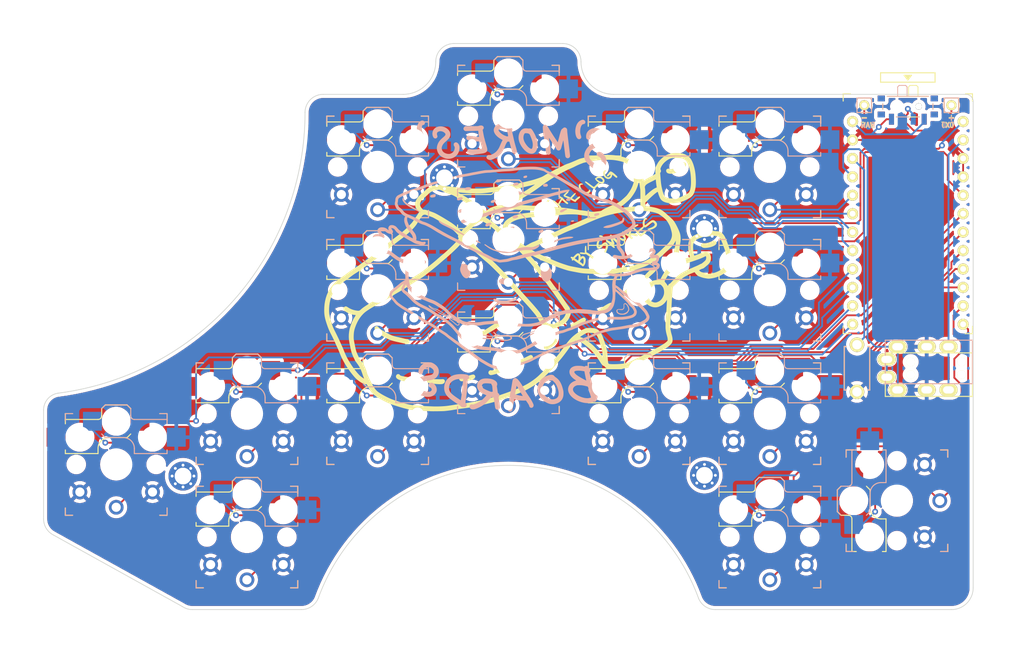
<source format=kicad_pcb>
(kicad_pcb (version 20211014) (generator pcbnew)
  (layers (0 "F.Cu" signal) (31 "B.Cu" signal) (34 "B.Paste" user) (35 "F.Paste" user) (36 "B.SilkS" user "B.Silkscreen") (37 "F.SilkS" user "F.Silkscreen") (38 "B.Mask" user) (39 "F.Mask" user) (44 "Edge.Cuts" user))
  (net 0 "")
  (net 1 "bat+")
  (net 2 "gnd")
  (net 3 "K0")
  (net 4 "K5")
  (net 5 "K10")
  (net 6 "K1")
  (net 7 "K6")
  (net 8 "K11")
  (net 9 "K2")
  (net 10 "K7")
  (net 11 "K12")
  (net 12 "K3")
  (net 13 "K8")
  (net 14 "K13")
  (net 15 "K15")
  (net 16 "K4")
  (net 17 "K9")
  (net 18 "K14")
  (net 19 "K16")
  (net 20 "reset")
  (net 22 "raw")
  (net 23 "vcc")
  (net 24 "unconnected-(J0-PadA)")
  (net 26 "K17")
  (footprint "keyswitches:Kailh_socket_PG1350_optional_reversible" (layer "F.Cu") (at 158 73)
    (fp_text reference "SW7" hide)
    (fp_text value "SW_Push" hide)
  )
  (footprint "kbd:ProMicro_v3.5" (layer "F.Cu") (at 195 81.225)
    (fp_text reference "U1" hide)
    (fp_text value "ProMicro_r" hide)
  )
  (footprint "keyswitches:Kailh_socket_PG1350_optional_reversible" (layer "F.Cu") (at 86 114)
    (fp_text reference "SW14" hide)
    (fp_text value "SW_Push" hide)
  )
  (footprint "keyswitches:Kailh_socket_PG1350_optional_reversible" (layer "F.Cu") (at 140 66)
    (fp_text reference "SW4" hide)
    (fp_text value "SW_Push" hide)
  )
  (footprint "keyswitches:Kailh_socket_PG1350_optional_reversible" (layer "F.Cu") (at 122 107)
    (fp_text reference "SW6" hide)
    (fp_text value "SW_Push" hide)
  )
  (footprint "kbd:M2_HOLE_v3" (layer "F.Cu") (at 167 115.5)
    (fp_text reference "Ref**" hide)
    (fp_text value "Val**" hide)
  )
  (footprint "kbd:ResetSW" (layer "F.Cu") (at 188 100.75 90)
    (fp_text reference "SW18" hide)
    (fp_text value "SW_Push" hide)
  )
  (footprint "keyswitches:Kailh_socket_PG1350_optional_reversible" (layer "F.Cu") (at 193.5 119 90)
    (fp_text reference "SW17" hide)
    (fp_text value "SW_Push" hide)
  )
  (footprint "keyswitches:Kailh_socket_PG1350_optional_reversible" (layer "F.Cu") (at 122 90)
    (fp_text reference "SW5" hide)
    (fp_text value "SW_Push" hide)
  )
  (footprint "keyswitches:Kailh_socket_PG1350_optional_reversible" (layer "F.Cu") (at 176 107)
    (fp_text reference "SW16" hide)
    (fp_text value "SW_Push" hide)
  )
  (footprint "keyswitches:Kailh_socket_PG1350_optional_reversible" (layer "F.Cu") (at 140 100)
    (fp_text reference "SW9" hide)
    (fp_text value "SW_Push" hide)
  )
  (footprint "keyswitches:Kailh_socket_PG1350_optional_reversible" (layer "F.Cu") (at 158 90)
    (fp_text reference "SW11" hide)
    (fp_text value "SW_Push" hide)
  )
  (footprint "kbd:1pin_conn" (layer "F.Cu") (at 189 64.5)
    (fp_text reference "-")
    (fp_text value "MountingHole_Pad" hide)
  )
  (footprint "kbd:M2_HOLE_v3" (layer "F.Cu") (at 131.2 74.5)
    (fp_text reference "Ref**" hide)
    (fp_text value "Val**" hide)
  )
  (footprint "kbd:MJ-4PP-9" (layer "F.Cu") (at 203.9 101.625 -90)
    (fp_text reference "J0" hide)
    (fp_text value "AudioJack4dpb" hide)
  )
  (footprint "kbd:1pin_conn" (layer "F.Cu") (at 201 64.5)
    (fp_text reference "+")
    (fp_text value "MountingHole_Pad" hide)
  )
  (footprint "keyswitches:Kailh_socket_PG1350_optional_reversible" (layer "F.Cu") (at 158 107)
    (fp_text reference "SW12" hide)
    (fp_text value "SW_Push" hide)
  )
  (footprint "Button_Switch_SMD:SW_SPDT_PCM12" (layer "F.Cu") (at 195 65 180)
    (fp_text reference "SW19" hide)
    (fp_text value "SW_SPDT" hide)
  )
  (footprint "keyswitches:Kailh_socket_PG1350_optional_reversible" (layer "F.Cu") (at 104 107)
    (fp_text reference "SW2" hide)
    (fp_text value "SW_Push" hide)
  )
  (footprint "kbd:M2_HOLE_v3" (layer "F.Cu") (at 95.2 115.6)
    (fp_text reference "Ref**" hide)
    (fp_text value "Val**" hide)
  )
  (footprint "keyswitches:Kailh_socket_PG1350_optional_reversible" (layer "F.Cu") (at 140 83)
    (fp_text reference "SW8" hide)
    (fp_text value "SW_Push" hide)
  )
  (footprint "keyswitches:Kailh_socket_PG1350_optional_reversible" (layer "F.Cu") (at 176 90)
    (fp_text reference "SW15" hide)
    (fp_text value "SW_Push" hide)
  )
  (footprint "keyswitches:Kailh_socket_PG1350_optional_reversible" (layer "F.Cu") (at 104 124)
    (fp_text reference "SW3" hide)
    (fp_text value "SW_Push" hide)
  )
  (footprint "keyswitches:Kailh_socket_PG1350_optional_reversible" (layer "F.Cu") (at 122 73)
    (fp_text reference "SW1" hide)
    (fp_text value "SW_Push" hide)
  )
  (footprint "kbd:M2_HOLE_v3" (layer "F.Cu") (at 167 81.5)
    (fp_text reference "Ref**" hide)
    (fp_text value "Val**" hide)
  )
  (footprint "keyswitches:Kailh_socket_PG1350_optional_reversible" (layer "F.Cu") (at 176 124)
    (fp_text reference "SW13" hide)
    (fp_text value "SW_Push" hide)
  )
  (footprint "keyswitches:Kailh_socket_PG1350_optional_reversible" (layer "F.Cu") (at 176 73)
    (fp_text reference "SW10" hide)
    (fp_text value "SW_Push" hide)
  )
  (footprint "art:clogs" (layer "F.Cu") (at 145.3 85.55)
    (fp_text reference "G***" hide)
    (fp_text value "LOGO" hide)
  )
  (footprint "art:smores" (layer "B.Cu") (at 141.9 88.15 180)
    (fp_text reference "G***" hide)
    (fp_text value "LOGO" hide)
  )
  (footprint "Button_Switch_SMD:SW_SPDT_PCM12" (layer "B.Cu") (at 195 65)
    (fp_text reference "SW20" hide)
    (fp_text value "SW_SPDT" hide)
  )
  (gr_arc (start 113.821194 132.428477) (mid 112.901573 133.570168) (end 111.5 134) (layer "Edge.Cuts") (width 0.1))
  (gr_line (start 147.5 56) (end 132.5 56) (layer "Edge.Cuts") (width 0.1))
  (gr_arc (start 112 65.5) (mid 102.288602 91.252239) (end 77.990882 104.179337) (layer "Edge.Cuts") (width 0.1))
  (gr_arc (start 113.821193 132.428477) (mid 140.004541 114.126285) (end 166.181924 132.437007) (layer "Edge.Cuts") (width 0.1))
  (gr_line (start 95.11325 133.580126) (end 77.381966 123.736068) (layer "Edge.Cuts") (width 0.1))
  (gr_arc (start 77.381966 123.736068) (mid 76.373373 122.814328) (end 76 121.5) (layer "Edge.Cuts") (width 0.1))
  (gr_arc (start 147.5 56) (mid 149.267767 56.732233) (end 150 58.5) (layer "Edge.Cuts") (width 0.1))
  (gr_arc (start 96.5 134) (mid 95.77554 133.89273) (end 95.11325 133.580126) (layer "Edge.Cuts") (width 0.1))
  (gr_arc (start 130 58.5) (mid 128.681981 61.681981) (end 125.5 63) (layer "Edge.Cuts") (width 0.1))
  (gr_arc (start 112 65.5) (mid 112.732233 63.732233) (end 114.5 63) (layer "Edge.Cuts") (width 0.1))
  (gr_arc (start 130 58.5) (mid 130.732233 56.732233) (end 132.5 56) (layer "Edge.Cuts") (width 0.1))
  (gr_arc (start 203 63) (mid 203.707107 63.292893) (end 204 64) (layer "Edge.Cuts") (width 0.1))
  (gr_line (start 203 63) (end 154.5 63) (layer "Edge.Cuts") (width 0.1))
  (gr_line (start 204 64) (end 204 131) (layer "Edge.Cuts") (width 0.1))
  (gr_arc (start 76 106.5) (mid 76.565921 104.971186) (end 77.990882 104.179337) (layer "Edge.Cuts") (width 0.1))
  (gr_line (start 125.5 63) (end 114.5 63) (layer "Edge.Cuts") (width 0.1))
  (gr_arc (start 204 131) (mid 203.12132 133.12132) (end 201 134) (layer "Edge.Cuts") (width 0.1))
  (gr_line (start 96.5 134) (end 111.5 134) (layer "Edge.Cuts") (width 0.1))
  (gr_line (start 76 106.5) (end 76 121.5) (layer "Edge.Cuts") (width 0.1))
  (gr_arc (start 154.5 63) (mid 151.318019 61.681981) (end 150 58.5) (layer "Edge.Cuts") (width 0.1))
  (gr_line (start 168.5 134) (end 201 134) (layer "Edge.Cuts") (width 0.1))
  (gr_arc (start 168.5 134) (mid 167.102107 133.57275) (end 166.181924 132.437007) (layer "Edge.Cuts") (width 0.1))
  (gr_text "+" (at 201 66.25) (layer "B.SilkS") (effects (font (size 0.8128 0.8128)) (justify mirror)))
  (gr_text "-" (at 189 66.25) (layer "B.SilkS") (effects (font (size 0.8128 0.8128)) (justify mirror)))
  (gr_text "RAW" (at 189.5 67.25) (layer "B.SilkS") (effects (font (size 0.75 0.67) (thickness 0.125)) (justify mirror)))
  (gr_text "TX0" (at 200.492838 67.235676) (layer "F.SilkS") (effects (font (size 0.75 0.67) (thickness 0.125))))
  (segment (start 201 64.5) (end 201 65.5) (width 0.25) (layer "F.Cu") (net 1))
  (segment (start 195 65.68) (end 194.25 66.43) (width 0.25) (layer "F.Cu") (net 1))
  (segment (start 195.82 68) (end 194.25 66.43) (width 0.25) (layer "F.Cu") (net 1))
  (segment (start 195 65) (end 195 65.68) (width 0.25) (layer "F.Cu") (net 1))
  (segment (start 198.5 68) (end 195.82 68) (width 0.25) (layer "F.Cu") (net 1))
  (segment (start 201 65.5) (end 198.5 68) (width 0.25) (layer "F.Cu") (net 1))
  (via (at 195 65) (size 0.8) (drill 0.4) (layers "F.Cu" "B.Cu") (net 1))
  (segment (start 195.75 65.75) (end 195 65) (width 0.25) (layer "B.Cu") (net 1))
  (segment (start 195.75 66.43) (end 195.75 65.75) (width 0.25) (layer "B.Cu") (net 1))
  (segment (start 171.7 93.8) (end 171 93.8) (width 0.25) (layer "F.Cu") (net 2))
  (segment (start 171.7 110.8) (end 171 110.8) (width 0.25) (layer "F.Cu") (net 2))
  (segment (start 202.6114 71.1114) (end 202.6114 71.827) (width 0.25) (layer "F.Cu") (net 2))
  (segment (start 149.725 103.25) (end 149.75 103.25) (width 0.25) (layer "F.Cu") (net 2))
  (segment (start 113.725 86.25) (end 113.75 86.25) (width 0.25) (layer "F.Cu") (net 2))
  (segment (start 187.3914 69.287) (end 200.787 69.287) (width 0.25) (layer "F.Cu") (net 2))
  (segment (start 202.6114 71.827) (end 202.6114 74.367) (width 0.25) (layer "F.Cu") (net 2))
  (segment (start 187.3914 69.287) (end 189 67.6784) (width 0.25) (layer "F.Cu") (net 2))
  (segment (start 200.787 69.287) (end 202.6114 71.1114) (width 0.25) (layer "F.Cu") (net 2))
  (segment (start 95.725 120.25) (end 95.75 120.25) (width 0.25) (layer "F.Cu") (net 2))
  (segment (start 77.725 110.25) (end 77.75 110.25) (width 0.25) (layer "F.Cu") (net 2))
  (segment (start 171.7 127.8) (end 171 127.8) (width 0.25) (layer "F.Cu") (net 2))
  (segment (start 189 67.6784) (end 189 64.5) (width 0.25) (layer "F.Cu") (net 2))
  (segment (start 202.6114 71.6114) (end 202.6114 71.827) (width 0.25) (layer "B.Cu") (net 2))
  (segment (start 184.275 120.25) (end 184.25 120.25) (width 0.25) (layer "B.Cu") (net 2))
  (segment (start 162.3 93.8) (end 163 93.8) (width 0.25) (layer "B.Cu") (net 2))
  (segment (start 180.3 93.8) (end 181 93.8) (width 0.25) (layer "B.Cu") (net 2))
  (segment (start 184.275 103.25) (end 184.275 103.725) (width 0.25) (layer "B.Cu") (net 2))
  (segment (start 124.5 76.4) (end 124.5 67.825) (width 0.25) (layer "F.Cu") (net 3))
  (segment (start 122 78.9) (end 124.5 76.4) (width 0.25) (layer "F.Cu") (net 3))
  (segment (start 125.275 67.05) (end 122.325 70) (width 0.25) (layer "F.Cu") (net 3))
  (segment (start 122.325 70) (end 120.5 70) (width 0.25) (layer "F.Cu") (net 3))
  (segment (start 124.5 67.825) (end 125.275 67.05) (width 0.25) (layer "F.Cu") (net 3))
  (via (at 120.5 70) (size 0.8) (drill 0.4) (layers "F.Cu" "B.Cu") (net 3))
  (segment (start 151.954314 78.590031) (end 145.713803 72.34952) (width 0.25) (layer "B.Cu") (net 3))
  (segment (start 154.454314 78.590031) (end 151.954314 78.590031) (width 0.25) (layer "B.Cu") (net 3))
  (segment (start 138.740511 73.240511) (end 137 71.5) (width 0.25) (layer "B.Cu") (net 3))
  (segment (start 127.1 78.9) (end 122 78.9) (width 0.25) (layer "B.Cu") (net 3))
  (segment (start 137 71.5) (end 130.5 71.5) (width 0.25) (layer "B.Cu") (net 3))
  (segment (start 177.821915 80.44952) (end 176.872395 81.39904) (width 0.25) (layer "B.Cu") (net 3))
  (segment (start 120.5 70) (end 118.725 68.225) (width 0.25) (layer "B.Cu") (net 3))
  (segment (start 187.3914 84.527) (end 186 83.1356) (width 0.25) (layer "B.Cu") (net 3))
  (segment (start 186 83.1356) (end 186 81.231318) (width 0.25) (layer "B.Cu") (net 3))
  (segment (start 140.759489 73.240511) (end 138.740511 73.240511) (width 0.25) (layer "B.Cu") (net 3))
  (segment (start 128.5 77.5) (end 127.1 78.9) (width 0.25) (layer "B.Cu") (net 3))
  (segment (start 158.945686 80.690031) (end 156.554314 80.690031) (width 0.25) (layer "B.Cu") (net 3))
  (segment (start 163.472394 79.79904) (end 159.836678 79.79904) (width 0.25) (layer "B.Cu") (net 3))
  (segment (start 156.554314 80.690031) (end 154.454314 78.590031) (width 0.25) (layer "B.Cu") (net 3))
  (segment (start 145.713803 72.34952) (end 141.65048 72.34952) (width 0.25) (layer "B.Cu") (net 3))
  (segment (start 159.836678 79.79904) (end 158.945686 80.690031) (width 0.25) (layer "B.Cu") (net 3))
  (segment (start 185.218202 80.44952) (end 177.821915 80.44952) (width 0.25) (layer "B.Cu") (net 3))
  (segment (start 176.872395 81.39904) (end 175.127605 81.39904) (width 0.25) (layer "B.Cu") (net 3))
  (segment (start 175.127605 81.39904) (end 173.127605 79.39904) (width 0.25) (layer "B.Cu") (net 3))
  (segment (start 165.872396 77.39904) (end 163.472394 79.79904) (width 0.25) (layer "B.Cu") (net 3))
  (segment (start 130.5 71.5) (end 128.5 73.5) (width 0.25) (layer "B.Cu") (net 3))
  (segment (start 141.65048 72.34952) (end 140.759489 73.240511) (width 0.25) (layer "B.Cu") (net 3))
  (segment (start 168.127606 77.39904) (end 165.872396 77.39904) (width 0.25) (layer "B.Cu") (net 3))
  (segment (start 173.127605 79.39904) (end 170.127606 79.39904) (width 0.25) (layer "B.Cu") (net 3))
  (segment (start 118.725 68.225) (end 118.725 67.05) (width 0.25) (layer "B.Cu") (net 3))
  (segment (start 128.5 73.5) (end 128.5 77.5) (width 0.25) (layer "B.Cu") (net 3))
  (segment (start 186 81.231318) (end 185.218202 80.44952) (width 0.25) (layer "B.Cu") (net 3))
  (segment (start 170.127606 79.39904) (end 168.127606 77.39904) (width 0.25) (layer "B.Cu") (net 3))
  (segment (start 104.325 104) (end 102.5 104) (width 0.25) (layer "F.Cu") (net 4))
  (segment (start 107.275 101.05) (end 110.95 101.05) (width 0.25) (layer "F.Cu") (net 4))
  (segment (start 146.25 94.5) (end 150.5 98.75) (width 0.25) (layer "F.Cu") (net 4))
  (segment (start 107.275 101.05) (end 106.5 101.825) (width 0.25) (layer "F.Cu") (net 4))
  (segment (start 110.95 101.05) (end 111 101) (width 0.25) (layer "F.Cu") (net 4))
  (segment (start 106.5 101.825) (end 106.5 110.4) (width 0.25) (layer "F.Cu") (net 4))
  (segment (start 107.275 101.05) (end 104.325 104) (width 0.25) (layer "F.Cu") (net 4))
  (segment (start 106.5 110.4) (end 104 112.9) (width 0.25) (layer "F.Cu") (net 4))
  (via (at 102.5 104) (size 0.8) (drill 0.4) (layers "F.Cu" "B.Cu") (net 4))
  (via (at 111 101) (size 0.8) (drill 0.4) (layers "F.Cu" "B.Cu") (net 4))
  (via (at 146.25 94.5) (size 0.8) (drill 0.4) (layers "F.Cu" "B.Cu") (net 4))
  (via (at 150.5 98.75) (size 0.8) (drill 0.4) (layers "F.Cu" "B.Cu") (net 4))
  (segment (start 102.5 104) (end 102.5 102.825) (width 0.25) (layer "B.Cu") (net 4))
  (segment (start 146.25 91.407152) (end 146.25 94.5) (width 0.25) (layer "B.Cu") (net 4))
  (segment (start 183.22984 98.84856) (end 187.3914 94.687) (width 0.25) (layer "B.Cu") (net 4))
  (segment (start 128.222396 96.79904) (end 133.622396 91.39904) (width 0.25) (layer "B.Cu") (net 4))
  (segment (start 102.5 102.825) (end 100.725 101.05) (width 0.25) (layer "B.Cu") (net 4))
  (segment (start 145.091408 90.24856) (end 146.25 91.407152) (width 0.25) (layer "B.Cu") (net 4))
  (segment (start 150.59856 98.84856) (end 183.22984 98.84856) (width 0.25) (layer "B.Cu") (net 4))
  (segment (start 122.535718 97.94952) (end 123.686198 96.79904) (width 0.25) (layer "B.Cu") (net 4))
  (segment (start 114.80048 97.94952) (end 122.535718 97.94952) (width 0.25) (layer "B.Cu") (net 4))
  (segment (start 142.022874 90.24856) (end 145.091408 90.24856) (width 0.25) (layer "B.Cu") (net 4))
  (segment (start 150.5 98.75) (end 150.59856 98.84856) (width 0.25) (layer "B.Cu") (net 4))
  (segment (start 111 101) (end 111.75 101) (width 0.25) (layer "B.Cu") (net 4))
  (segment (start 123.686198 96.79904) (end 128.222396 96.79904) (width 0.25) (layer "B.Cu") (net 4))
  (segment (start 140.872394 91.39904) (end 142.022874 90.24856) (width 0.25) (layer "B.Cu") (net 4))
  (segment (start 111.75 101) (end 114.80048 97.94952) (width 0.25) (layer "B.Cu") (net 4))
  (segment (start 133.622396 91.39904) (end 140.872394 91.39904) (width 0.25) (layer "B.Cu") (net 4))
  (segment (start 112.225978 101.5) (end 118 101.5) (width 0.25) (layer "F.Cu") (net 5))
  (segment (start 120.5 99) (end 125.090261 99) (width 0.25) (layer "F.Cu") (net 5))
  (segment (start 186.610013 93.45) (end 188.6084 93.45) (width 0.25) (layer "F.Cu") (net 5))
  (segment (start 173.441406 97.651441) (end 177.558593 97.651441) (width 0.25) (layer "F.Cu") (net 5))
  (segment (start 159.372396 98.100961) (end 159.797884 98.526449) (width 0.25) (layer "F.Cu") (net 5))
  (segment (start 159.797884 98.526449) (end 163.297883 98.526449) (width 0.25) (layer "F.Cu") (net 5))
  (segment (start 118 101.5) (end 120.5 99) (width 0.25) (layer "F.Cu") (net 5))
  (segment (start 171.391407 99.70144) (end 173.441406 97.651441) (width 0.25) (layer "F.Cu") (net 5))
  (segment (start 106.5 127.4) (end 104 129.9) (width 0.25) (layer "F.Cu") (net 5))
  (segment (start 136.313803 94.05048) (end 138.813803 91.55048) (width 0.25) (layer "F.Cu") (net 5))
  (segment (start 111.5 102.225978) (end 112.225978 101.5) (width 0.25) (layer "F.Cu") (net 5))
  (segment (start 107.275 118.05) (end 111.5 113.825) (width 0.25) (layer "F.Cu") (net 5))
  (segment (start 145.611686 91.975969) (end 151.736679 98.100961) (width 0.25) (layer "F.Cu") (net 5))
  (segment (start 107.275 118.05) (end 106.5 118.825) (width 0.25) (layer "F.Cu") (net 5))
  (segment (start 106.5 118.825) (end 106.5 127.4) (width 0.25) (layer "F.Cu") (net 5))
  (segment (start 151.736679 98.100961) (end 159.372396 98.100961) (width 0.25) (layer "F.Cu") (net 5))
  (segment (start 164.472876 99.70144) (end 171.391407 99.70144) (width 0.25) (layer "F.Cu") (net 5))
  (segment (start 107.275 118.05) (end 104.325 121) (width 0.25) (layer "F.Cu") (net 5))
  (segment (start 181.983583 98.07643) (end 186.610013 93.45) (width 0.25) (layer "F.Cu") (net 5))
  (segment (start 138.813803 91.55048) (end 141.186197 91.55048) (width 0.25) (layer "F.Cu") (net 5))
  (segment (start 177.558593 97.651441) (end 177.983583 98.07643) (width 0.25) (layer "F.Cu") (net 5))
  (segment (start 141.186197 91.55048) (end 141.611687 91.975969) (width 0.25) (layer "F.Cu") (net 5))
  (segment (start 177.983583 98.07643) (end 181.983583 98.07643) (width 0.25) (layer "F.Cu") (net 5))
  (segment (start 163.297883 98.526449) (end 164.472876 99.70144) (width 0.25) (layer "F.Cu") (net 5))
  (segment (start 111.5 113.825) (end 111.5 102.225978) (width 0.25) (layer "F.Cu") (net 5))
  (segment (start 188.6084 93.45) (end 202.6114 79.447) (width 0.25) (layer "F.Cu") (net 5))
  (segment (start 104.325 121) (end 102.5 121) (width 0.25) (layer "F.Cu") (net 5))
  (segment (start 141.611687 91.975969) (end 145.611686 91.975969) (width 0.25) (layer "F.Cu") (net 5))
  (segment (start 125.090261 99) (end 130.039781 94.05048) (width 0.25) (layer "F.Cu") (net 5))
  (segment (start 130.039781 94.05048) (end 136.313803 94.05048) (width 0.25) (layer "F.Cu") (net 5))
  (via (at 102.5 121) (size 0.8) (drill 0.4) (layers "F.Cu" "B.Cu") (net 5))
  (segment (start 100.725 119.225) (end 100.725 118.05) (width 0.25) (layer "B.Cu") (net 5))
  (segment (start 102.5 121) (end 100.725 119.225) (width 0.25) (layer "B.Cu") (net 5))
  (segment (start 140.325 63) (end 138.5 63) (width 0.25) (layer "F.Cu") (net 6))
  (segment (start 143.275 60.05) (end 140.325 63) (width 0.25) (layer "F.Cu") (net 6))
  (segment (start 142.5 60.825) (end 143.275 60.05) (width 0.25) (layer "F.Cu") (net 6))
  (segment (start 142.5 69.4) (end 142.5 60.825) (width 0.25) (layer "F.Cu") (net 6))
  (segment (start 140 71.9) (end 142.5 69.4) (width 0.25) (layer "F.Cu") (net 6))
  (via (at 138.5 63) (size 0.8) (drill 0.4) (layers "F.Cu" "B.Cu") (net 6))
  (segment (start 158.759489 80.240511) (end 156.740511 80.240511) (width 0.25) (layer "B.Cu") (net 6))
  (segment (start 152.140511 78.140511) (end 145.9 71.9) (width 0.25) (layer "B.Cu") (net 6))
  (segment (start 138.5 63) (end 136.725 61.225) (width 0.25) (layer "B.Cu") (net 6))
  (segment (start 177.635718 80) (end 176.686197 80.94952) (width 0.25) (layer "B.Cu") (net 6))
  (segment (start 170.313803 78.94952) (end 168.313803 76.94952) (width 0.25) (layer "B.Cu") (net 6))
  (segment (start 154.5 78) (end 154.359489 78.140511) (width 0.25) (layer "B.Cu") (net 6))
  (segment (start 156.740511 80.240511) (end 154.5 78) (width 0.25) (layer "B.Cu") (net 6))
  (segment (start 163.286197 79.34952) (end 159.65048 79.34952) (width 0.25) (layer "B.Cu") (net 6))
  (segment (start 185.4044 80) (end 177.635718 80) (width 0.25) (layer "B.Cu") (net 6))
  (segment (start 154.359489 78.140511) (end 152.140511 78.140511) (width 0.25) (layer "B.Cu") (net 6))
  (segment (start 173.313803 78.94952) (end 170.313803 78.94952) (width 0.25) (layer "B.Cu") (net 6))
  (segment (start 175.313803 80.94952) (end 173.313803 78.94952) (width 0.25) (layer "B.Cu") (net 6))
  (segment (start 145.9 71.9) (end 140 71.9) (width 0.25) (layer "B.Cu") (net 6))
  (segment (start 176.686197 80.94952) (end 175.313803 80.94952) (width 0.25) (layer "B.Cu") (net 6))
  (segment (start 136.725 61.225) (end 136.725 60.05) (width 0.25) (layer "B.Cu") (net 6))
  (segment (start 165.686198 76.94952) (end 163.286197 79.34952) (width 0.25) (layer "B.Cu") (net 6))
  (segment (start 168.313803 76.94952) (end 165.686198 76.94952) (width 0.25) (layer "B.Cu") (net 6))
  (segment (start 159.65048 79.34952) (end 158.759489 80.240511) (width 0.25) (layer "B.Cu") (net 6))
  (segment (start 187.3914 81.987) (end 185.4044 80) (width 0.25) (layer "B.Cu") (net 6))
  (segment (start 125.275 84.05) (end 125.275 84.123538) (width 0.25) (layer "F.Cu") (net 7))
  (segment (start 125.275 84.05) (end 124.5 84.825) (width 0.25) (layer "F.Cu") (net 7))
  (segment (start 125.275 84.123538) (end 122.398538 87) (width 0.25) (layer "F.Cu") (net 7))
  (segment (start 124.5 84.825) (end 124.5 93.4) (width 0.25) (layer "F.Cu") (net 7))
  (segment (start 124.5 93.4) (end 122 95.9) (width 0.25) (layer "F.Cu") (net 7))
  (segment (start 122.398538 87) (end 120.5 87) (width 0.25) (layer "F.Cu") (net 7))
  (via (at 120.5 87) (size 0.8) (drill 0.4) (layers "F.Cu" "B.Cu") (net 7))
  (segment (start 118.725 85.225) (end 118.725 84.05) (width 0.25) (layer "B.Cu") (net 7))
  (segment (start 145.463803 89.34952) (end 141.65048 89.34952) (width 0.25) (layer "B.Cu") (net 7))
  (segment (start 133.25 90.5) (end 127.85 95.9) (width 0.25) (layer "B.Cu") (net 7))
  (segment (start 127.85 95.9) (end 122 95.9) (width 0.25) (layer "B.Cu") (net 7))
  (segment (start 120.5 87) (end 118.725 85.225) (width 0.25) (layer "B.Cu") (net 7))
  (segment (start 140.5 90.5) (end 133.25 90.5) (width 0.25) (layer "B.Cu") (net 7))
  (segment (start 141.65048 89.34952) (end 140.5 90.5) (width 0.25) (layer "B.Cu") (net 7))
  (segment (start 154.063803 97.94952) (end 145.463803 89.34952) (width 0.25) (layer "B.Cu") (net 7))
  (segment (start 187.3914 89.607) (end 183.19952 93.79888) (width 0.25) (layer "B.Cu") (net 7))
  (segment (start 183.19952 93.79888) (end 183.19952 94.936198) (width 0.25) (layer "B.Cu") (net 7))
  (segment locked (start 180.186197 97.94952) (end 154.063803 97.94952) (width 0.25) (layer "B.Cu") (net 7))
  (segment (start 183.19952 94.936198) (end 180.186197 97.94952) (width 0.25) (layer "B.Cu") (net 7))
  (segment (start 173.627604 98.100961) (end 177.372396 98.100961) (width 0.25) (layer "F.Cu") (net 8))
  (segment (start 125.275 101.05) (end 124.5 101.825) (width 0.25) (layer "F.Cu") (net 8))
  (segment (start 186.9 95.95) (end 188.6484 95.95) (width 0.25) (layer "F.Cu") (net 8))
  (segment (start 139 92) (end 141 92) (width 0.25) (layer "F.Cu") (net 8))
  (segment (start 141.425489 92.425489) (end 145.425489 92.425489) (width 0.25) (layer "F.Cu") (net 8))
  (segment (start 151.55048 98.55048) (end 159.186197 98.55048) (width 0.25) (layer "F.Cu") (net 8))
  (segment (start 125.275 99.450978) (end 130.225978 94.5) (width 0.25) (layer "F.Cu") (net 8))
  (segment (start 136.5 94.5) (end 139 92) (width 0.25) (layer "F.Cu") (net 8))
  (segment (start 124.5 110.4) (end 122 112.9) (width 0.25) (layer "F.Cu") (net 8))
  (segment (start 184.324051 98.525949) (end 186.9 95.95) (width 0.25) (layer "F.Cu") (net 8))
  (segment (start 171.577605 100.15096) (end 173.627604 98.100961) (width 0.25) (layer "F.Cu") (net 8))
  (segment (start 145.425489 92.425489) (end 151.55048 98.55048) (width 0.25) (layer "F.Cu") (net 8))
  (segment (start 141 92) (end 141.425489 92.425489) (width 0.25) (layer "F.Cu") (net 8))
  (segment (start 159.186197 98.55048) (end 159.611687 98.975969) (width 0.25) (layer "F.Cu") (net 8))
  (segment (start 125.275 101.05) (end 125.275 99.450978) (width 0.25) (layer "F.Cu") (net 8))
  (segment (start 121.825 104.5) (end 120.5 104.5) (width 0.25) (layer "F.Cu") (net 8))
  (segment (start 177.797384 98.525949) (end 184.324051 98.525949) (width 0.25) (layer "F.Cu") (net 8))
  (segment (start 125.275 101.05) (end 121.825 104.5) (width 0.25) (layer "F.Cu") (net 8))
  (segment (start 159.611687 98.975969) (end 163.111686 98.975969) (width 0.25) (layer "F.Cu") (net 8))
  (segment (start 124.5 101.825) (end 124.5 110.4) (width 0.25) (layer "F.Cu") (net 8))
  (segment (start 164.286678 100.15096) (end 171.577605 100.15096) (width 0.25) (layer "F.Cu") (net 8))
  (segment (start 177.372396 98.100961) (end 177.797384 98.525949) (width 0.25) (layer "F.Cu") (net 8))
  (segment (start 188.6484 95.95) (end 202.6114 81.987) (width 0.25) (layer "F.Cu") (net 8))
  (segment (start 130.225978 94.5) (end 136.5 94.5) (width 0.25) (layer "F.Cu") (net 8))
  (segment (start 163.111686 98.975969) (end 164.286678 100.15096) (width 0.25) (layer "F.Cu") (net 8))
  (via (at 120.5 104.5) (size 0.8) (drill 0.4) (layers "F.Cu" "B.Cu") (net 8))
  (segment (start 118.725 102.725) (end 118.725 101.05) (width 0.25) (layer "B.Cu") (net 8))
  (segment (start 120.5 104.5) (end 118.725 102.725) (width 0.25) (layer "B.Cu") (net 8))
  (segment (start 158.325 70) (end 156.5 70) (width 0.25) (layer "F.Cu") (net 9))
  (segment (start 160.5 76.4) (end 158 78.9) (width 0.25) (layer "F.Cu") (net 9))
  (segment (start 161.275 67.05) (end 158.325 70) (width 0.25) (layer "F.Cu") (net 9))
  (segment (start 160.5 67.825) (end 160.5 76.4) (width 0.25) (layer "F.Cu") (net 9))
  (segment (start 161.275 67.05) (end 160.5 67.825) (width 0.25) (layer "F.Cu") (net 9))
  (via (at 156.5 70) (size 0.8) (drill 0.4) (layers "F.Cu" "B.Cu") (net 9))
  (segment (start 175.5 80.5) (end 173.5 78.5) (width 0.25) (layer "B.Cu") (net 9))
  (segment (start 173.5 78.5) (end 170.5 78.5) (width 0.25) (layer "B.Cu") (net 9))
  (segment (start 163.1 78.9) (end 158 78.9) (width 0.25) (layer "B.Cu") (net 9))
  (segment (start 187.3914 79.447) (end 177.553 79.447) (width 0.25) (layer "B.Cu") (net 9))
  (segment (start 156.5 70) (end 154.725 68.225) (width 0.25) (layer "B.Cu") (net 9))
  (segment (start 176.5 80.5) (end 175.5 80.5) (width 0.25) (layer "B.Cu") (net 9))
  (segment (start 165.5 76.5) (end 163.1 78.9) (width 0.25) (layer "B.Cu") (net 9))
  (segment (start 154.725 68.225) (end 154.725 67.05) (width 0.25) (layer "B.Cu") (net 9))
  (segment (start 177.553 79.447) (end 176.5 80.5) (width 0.25) (layer "B.Cu") (net 9))
  (segment (start 168.5 76.5) (end 165.5 76.5) (width 0.25) (layer "B.Cu") (net 9))
  (segment (start 170.5 78.5) (end 168.5 76.5) (width 0.25) (layer "B.Cu") (net 9))
  (segment (start 142.5 77.825) (end 142.5 86.4) (width 0.25) (layer "F.Cu") (net 10))
  (segment (start 140.325 80) (end 138.5 80) (width 0.25) (layer "F.Cu") (net 10))
  (segment (start 142.5 86.4) (end 140 88.9) (width 0.25) (layer "F.Cu") (net 10))
  (segment (start 143.275 77.05) (end 140.325 80) (width 0.25) (layer "F.Cu") (net 10))
  (segment (start 143.275 77.05) (end 142.5 77.825) (width 0.25) (layer "F.Cu") (net 10))
  (via (at 138.5 80) (size 0.8) (drill 0.4) (layers "F.Cu" "B.Cu") (net 10))
  (segment (start 180 97.5) (end 154.25 97.5) (width 0.25) (layer "B.Cu") (net 10))
  (segment (start 154.25 97.5) (end 145.65 88.9) (width 0.25) (layer "B.Cu") (net 10))
  (segment (start 145.65 88.9) (end 140 88.9) (width 0.25) (layer "B.Cu") (net 10))
  (segment (start 136.725 78.225) (end 136.725 77.05) (width 0.25) (layer "B.Cu") (net 10))
  (segment (start 187.3914 87.067) (end 182.75 91.7084) (width 0.25) (layer "B.Cu") (net 10))
  (segment (start 138.5 80) (end 136.725 78.225) (width 0.25) (layer "B.Cu") (net 10))
  (segment (start 182.75 94.75) (end 180 97.5) (width 0.25) (layer "B.Cu") (net 10))
  (segment (start 182.75 91.7084) (end 182.75 94.75) (width 0.25) (layer "B.Cu") (net 10))
  (segment (start 154.5 101.5) (end 142.5 101.5) (width 0.25) (layer "F.Cu") (net 11))
  (segment (start 187.827604 100.15096) (end 201 86.978564) (width 0.25) (layer "F.Cu") (net 11))
  (segment (start 162.925489 99.425489) (end 159.425489 99.425489) (width 0.25) (layer "F.Cu") (net 11))
  (segment (start 143.275 94.05) (end 142.5 94.825) (width 0.25) (layer "F.Cu") (net 11))
  (segment (start 201 86.1384) (end 202.6114 84.527) (width 0.25) (layer "F.Cu") (net 11))
  (segment (start 181.611186 98.975469) (end 182.786677 100.15096) (width 0.25) (layer "F.Cu") (net 11))
  (segment (start 182.786677 100.15096) (end 187.827604 100.15096) (width 0.25) (layer "F.Cu") (net 11))
  (segment (start 173.813802 98.55048) (end 171.763802 100.60048) (width 0.25) (layer "F.Cu") (net 11))
  (segment (start 164.10048 100.60048) (end 162.925489 99.425489) (width 0.25) (layer "F.Cu") (net 11))
  (segment (start 143.275 94.05) (end 140.325 97) (width 0.25) (layer "F.Cu") (net 11))
  (segment (start 142.5 103.4) (end 140 105.9) (width 0.25) (layer "F.Cu") (net 11))
  (segment (start 202.6114 84.527) (end 202.201566 84.527) (width 0.25) (layer "F.Cu") (net 11))
  (segment (start 181.611186 98.975469) (end 177.611187 98.975469) (width 0.25) (layer "F.Cu") (net 11))
  (segment (start 201 86.978564) (end 201 86.1384) (width 0.25) (layer "F.Cu") (net 11))
  (segment (start 159.425489 99.425489) (end 159 99) (width 0.25) (layer "F.Cu") (net 11))
  (segment (start 157 99) (end 154.5 101.5) (width 0.25) (layer "F.Cu") (net 11))
  (segment (start 171.763802 100.60048) (end 164.10048 100.60048) (width 0.25) (layer "F.Cu") (net 11))
  (segment (start 142.5 101.5) (end 142.5 103.4) (width 0.25) (layer "F.Cu") (net 11))
  (segment (start 177.611187 98.975469) (end 177.186197 98.55048) (width 0.25) (layer "F.Cu") (net 11))
  (segment (start 159 99) (end 157 99) (width 0.25) (layer "F.Cu") (net 11))
  (segment (start 142.5 94.825) (end 142.5 103.4) (width 0.25) (layer "F.Cu") (net 11))
  (segment (start 177.186197 98.55048) (end 173.813802 98.55048) (width 0.25) (layer "F.Cu") (net 11))
  (segment (start 140.325 97) (end 138.5 97) (width 0.25) (layer "F.Cu") (net 11))
  (via (at 138.5 97) (size 0.8) (drill 0.4) (layers "F.Cu" "B.Cu") (net 11))
  (segment (start 138.5 97) (end 136.725 95.225) (width 0.25) (layer "B.Cu") (net 11))
  (segment (start 136.725 95.225) (end 136.725 94.05) (width 0.25) (layer "B.Cu") (net 11))
  (segment (start 178.5 76.4) (end 178.5 67.825) (width 0.25) (layer "F.Cu") (net 12))
  (segment (start 178.5 67.825) (end 179.275 67.05) (width 0.25) (layer "F.Cu") (net 12))
  (segment (start 176 78.9) (end 178.5 76.4) (width 0.25) (layer "F.Cu") (net 12))
  (segment (start 179.275 67.05) (end 176.325 70) (width 0.25) (layer "F.Cu") (net 12))
  (segment (start 176.325 70) (end 174 70) (width 0.25) (layer "F.Cu") (net 12))
  (via (at 174 70) (size 0.8) (drill 0.4) (layers "F.Cu" "B.Cu") (net 12))
  (segment (start 172.725 68.725) (end 172.725 67.05) (width 0.25) (layer "B.Cu") (net 12))
  (segment (start 174 70) (end 172.725 68.725) (width 0.25) (layer "B.Cu") (net 12))
  (segment (start 185.3984 78.9) (end 187.3914 76.907) (width 0.25) (layer "B.Cu") (net 12))
  (segment (start 176 78.9) (end 185.3984 78.9) (width 0.25) (layer "B.Cu") (net 12))
  (segment (start 189 70.5) (end 188.477911 71.022089) (width 0.25) (layer "F.Cu") (net 13))
  (segment (start 189 70.5) (end 199.25 70.5) (width 0.25) (layer "F.Cu") (net 13))
  (segment (start 158.325 87) (end 156.5 87) (width 0.25) (layer "F.Cu") (net 13))
  (segment (start 188 80.75) (end 172.25 80.75) (width 0.25) (layer "F.Cu") (net 13))
  (segment (start 161.275 84.05) (end 158.325 87) (width 0.25) (layer "F.Cu") (net 13))
  (segment (start 160.5 93.4) (end 158 95.9) (width 0.25) (layer "F.Cu") (net 13))
  (segment (start 163.75 84.5) (end 163.3 84.05) (width 0.25) (layer "F.Cu") (net 13))
  (segment (start 188.477911 71.022089) (end 188.477911 80.272089) (width 0.25) (layer "F.Cu") (net 13))
  (segment (start 172.25 80.75) (end 168.5 84.5) (width 0.25) (layer "F.Cu") (net 13))
  (segment (start 188.477911 80.272089) (end 188 80.75) (width 0.25) (layer "F.Cu") (net 13))
  (segment (start 163.3 84.05) (end 161.275 84.05) (width 0.25) (layer "F.Cu") (net 13))
  (segment (start 160.5 84.825) (end 160.5 93.4) (width 0.25) (layer "F.Cu") (net 13))
  (segment (start 161.275 84.05) (end 160.5 84.825) (width 0.25) (layer "F.Cu") (net 13))
  (segment (start 168.5 84.5) (end 163.75 84.5) (width 0.25) (layer "F.Cu") (net 13))
  (segment (start 199.25 70.5) (end 199.7 70.05) (width 0.25) (layer "F.Cu") (net 13))
  (via (at 199.7 70.05) (size 0.8) (drill 0.4) (layers "F.Cu" "B.Cu") (net 13))
  (via (at 156.5 87) (size 0.8) (drill 0.4) (layers "F.Cu" "B.Cu") (net 13))
  (segment (start 156.5 87) (end 154.725 85.225) (width 0.25) (layer "B.Cu") (net 13))
  (segment (start 154.725 85.225) (end 154.725 84.05) (width 0.25) (layer "B.Cu") (net 13))
  (segment (start 199.7 69.6584) (end 202.6114 66.747) (width 0.25) (layer "B.Cu") (net 13))
  (segment (start 199.7 70.05) (end 199.7 69.6584) (width 0.25) (layer "B.Cu") (net 13))
  (segment (start 181.424989 99.424989) (end 182.60048 100.60048) (width 0.25) (layer "F.Cu") (net 14))
  (segment (start 158.325 104) (end 156.5 104) (width 0.25) (layer "F.Cu") (net 14))
  (segment (start 160.5 110.4) (end 158 112.9) (width 0.25) (layer "F.Cu") (net 14))
  (segment (start 174 99) (end 177 99) (width 0.25) (layer "F.Cu") (net 14))
  (segment (start 161.275 101.05) (end 158.325 104) (width 0.25) (layer "F.Cu") (net 14))
  (segment (start 188.013802 100.60048) (end 201.547283 87.067) (width 0.25) (layer "F.Cu") (net 14))
  (segment (start 177.424989 99.424989) (end 181.424989 99.424989) (width 0.25) (layer "F.Cu") (net 14))
  (segment (start 182.60048 100.60048) (end 188.013802 100.60048) (width 0.25) (layer "F.Cu") (net 14))
  (segment (start 201.547283 87.067) (end 202.6114 87.067) (width 0.25) (layer "F.Cu") (net 14))
  (segment (start 161.275 101.05) (end 171.95 101.05) (width 0.25) (layer "F.Cu") (net 14))
  (segment (start 160.5 101.825) (end 160.5 110.4) (width 0.25) (layer "F.Cu") (net 14))
  (segment (start 171.95 101.05) (end 174 99) (width 0.25) (layer "F.Cu") (net 14))
  (segment (start 161.275 101.05) (end 160.5 101.825) (width 0.25) (layer "F.Cu") (net 14))
  (segment (start 177 99) (end 177.424989 99.424989) (width 0.25) (layer "F.Cu") (net 14))
  (via (at 156.5 104) (size 0.8) (drill 0.4) (layers "F.Cu" "B.Cu") (net 14))
  (segment (start 154.725 102.225) (end 154.725 101.05) (width 0.25) (layer "B.Cu") (net 14))
  (segment (start 156.5 104) (end 154.725 102.225) (width 0.25) (layer "B.Cu") (net 14))
  (segment (start 202.4 110.1) (end 201 111.5) (width 0.25) (layer "F.Cu") (net 15))
  (segment (start 176.325 121) (end 174.5 121) (width 0.25) (layer "F.Cu") (net 15))
  (segment (start 201.3 96.05) (end 202.4 97.15) (width 0.25) (layer "F.Cu") (net 15))
  (segment (start 178.5 127.4) (end 176 129.9) (width 0.25) (layer "F.Cu") (net 15))
  (segment (start 202.4 97.15) (end 202.4 98.45) (width 0.25) (layer "F.Cu") (net 15))
  (segment (start 201.4 99.45) (end 201.4 102.05) (width 0.25) (layer "F.Cu") (net 15))
  (segment (start 179.275 118.05) (end 178.5 118.825) (width 0.25) (layer "F.Cu") (net 15))
  (segment (start 201.4 102.05) (end 202.4 103.05) (width 0.25) (layer "F.Cu") (net 15))
  (segment (start 202.4 103.05) (end 202.4 110.1) (width 0.25) (layer "F.Cu") (net 15))
  (segment (start 201 111.5) (end 183.5 111.5) (width 0.25) (layer "F.Cu") (net 15))
  (segment (start 178.5 118.825) (end 178.5 127.4) (width 0.25) (layer "F.Cu") (net 15))
  (segment (start 179.275 115.725) (end 179.275 118.05) (width 0.25) (layer "F.Cu") (net 15))
  (segment (start 202.4 98.45) (end 201.4 99.45) (width 0.25) (layer "F.Cu") (net 15))
  (segment (start 202.6114 92.147) (end 201.3 93.4584) (width 0.25) (layer "F.Cu") (net 15))
  (segment (start 179.275 118.05) (end 176.325 121) (width 0.25) (layer "F.Cu") (net 15))
  (segment (start 183.5 111.5) (end 179.275 115.725) (width 0.25) (layer "F.Cu") (net 15))
  (segment (start 201.3 93.4584) (end 201.3 96.05) (width 0.25) (layer "F.Cu") (net 15))
  (via (at 174.5 121) (size 0.8) (drill 0.4) (layers "F.Cu" "B.Cu") (net 15))
  (segment (start 174.5 121) (end 172.725 119.225) (width 0.25) (layer "B.Cu") (net 15))
  (segment (start 172.725 118.05) (end 172.74577 118.05) (width 0.25) (layer "B.Cu") (net 15))
  (segment (start 172.74577 118.05) (end 175.29577 115.5) (width 0.25) (layer "B.Cu") (net 15))
  (segment (start 175.29577 115.5) (end 179.5 115.5) (width 0.25) (layer "B.Cu") (net 15))
  (segment (start 172.725 119.225) (end 172.725 118.05) (width 0.25) (layer "B.Cu") (net 15))
  (segment (start 89.275 108.05) (end 86.325 111) (width 0.25) (layer "F.Cu") (net 16))
  (segment (start 86.325 111) (end 84.5 111) (width 0.25) (layer "F.Cu") (net 16))
  (segment (start 97 108) (end 96.95 108.05) (width 0.25) (layer "F.Cu") (net 16))
  (segment (start 88.5 117.4) (end 88.5 108.825) (width 0.25) (layer "F.Cu") (net 16))
  (segment (start 88.5 108.825) (end 89.275 108.05) (width 0.25) (layer "F.Cu") (net 16))
  (segment (start 96.95 108.05) (end 89.275 108.05) (width 0.25) (layer "F.Cu") (net 16))
  (segment (start 86 119.9) (end 88.5 117.4) (width 0.25) (layer "F.Cu") (net 16))
  (via (at 97 108) (size 0.8) (drill 0.4) (layers "F.Cu" "B.Cu") (net 16))
  (via (at 84.5 111) (size 0.8) (drill 0.4) (layers "F.Cu" "B.Cu") (net 16))
  (segment (start 133.436198 90.94952) (end 128.036198 96.34952) (width 0.25) (layer "B.Cu") (net 16))
  (segment (start 82.725 109.225) (end 82.725 108.05) (width 0.25) (layer "B.Cu") (net 16))
  (segment (start 181.13936 98.39904) (end 153.877606 98.39904) (width 0.25) (layer "B.Cu") (net 16))
  (segment (start 123.5 96.34952) (end 122.34952 97.5) (width 0.25) (layer "B.Cu") (net 16))
  (segment (start 128.036198 96.34952) (end 123.5 96.34952) (width 0.25) (layer "B.Cu") (net 16))
  (segment (start 153.877606 98.39904) (end 145.277606 89.79904) (width 0.25) (layer "B.Cu") (net 16))
  (segment (start 84.5 111) (end 82.725 109.225) (width 0.25) (layer "B.Cu") (net 16))
  (segment (start 112.75 99.25) (end 98.75 99.25) (width 0.25) (layer "B.Cu") (net 16))
  (segment (start 114.5 97.5) (end 112.75 99.25) (width 0.25) (layer "B.Cu") (net 16))
  (segment (start 145.277606 89.79904) (end 141.836678 89.79904) (width 0.25) (layer "B.Cu") (net 16))
  (segment (start 140.686197 90.94952) (end 133.436198 90.94952) (width 0.25) (layer "B.Cu") (net 16))
  (segment (start 97 101) (end 97 108) (width 0.25) (layer "B.Cu") (net 16))
  (segment (start 98.75 99.25) (end 97 101) (width 0.25) (layer "B.Cu") (net 16))
  (segment (start 187.3914 92.147) (end 181.13936 98.39904) (width 0.25) (layer "B.Cu") (net 16))
  (segment (start 122.34952 97.5) (end 114.5 97.5) (width 0.25) (layer "B.Cu") (net 16))
  (segment (start 141.836678 89.79904) (end 140.686197 90.94952) (width 0.25) (layer "B.Cu") (net 16))
  (segment (start 199.924906 70.94952) (end 189.186198 70.94952) (width 0.25) (layer "F.Cu") (net 17))
  (segment (start 180.075 83.25) (end 179.275 84.05) (width 0.25) (layer "F.Cu") (net 17))
  (segment (start 179.275 84.05) (end 178.5 84.825) (width 0.25) (layer "F.Cu") (net 17))
  (segment (start 178.5 93.4) (end 176 95.9) (width 0.25) (layer "F.Cu") (net 17))
  (segment (start 188.927431 71.208287) (end 188.927431 81.987529) (width 0.25) (layer "F.Cu") (net 17))
  (segment (start 188.927431 81.987529) (end 187.66496 83.25) (width 0.25) (layer "F.Cu") (net 17))
  (segment (start 189.186198 70.94952) (end 188.927431 71.208287) (width 0.25) (layer "F.Cu") (net 17))
  (segment (start 187.66496 83.25) (end 180.075 83.25) (width 0.25) (layer "F.Cu") (net 17))
  (segment (start 178.5 84.825) (end 178.5 93.4) (width 0.25) (layer "F.Cu") (net 17))
  (segment (start 202.6114 76.907) (end 200.5 74.7956) (width 0.25) (layer "F.Cu") (net 17))
  (segment (start 200.5 74.7956) (end 200.5 71.524614) (width 0.25) (layer "F.Cu") (net 17))
  (segment (start 200.5 71.524614) (end 199.924906 70.94952) (width 0.25) (layer "F.Cu") (net 17))
  (segment (start 176.325 87) (end 174.5 87) (width 0.25) (layer "F.Cu") (net 17))
  (segment (start 179.275 84.05) (end 176.325 87) (width 0.25) (layer "F.Cu") (net 17))
  (via (at 174.5 87) (size 0.8) (drill 0.4) (layers "F.Cu" "B.Cu") (net 17))
  (segment (start 174.5 87) (end 172.725 85.225) (width 0.25) (layer "B.Cu") (net 17))
  (segment (start 172.725 85.225) (end 172.725 84.05) (width 0.25) (layer "B.Cu") (net 17))
  (segment (start 178.5 110.4) (end 176 112.9) (width 0.25) (layer "F.Cu") (net 18))
  (segment (start 179.275 101.05) (end 188.2 101.05) (width 0.25) (layer "F.Cu") (net 18))
  (segment (start 199.643 89.607) (end 202.6114 89.607) (width 0.25) (layer "F.Cu") (net 18))
  (segment (start 179.275 101.05) (end 178.5 101.825) (width 0.25) (layer "F.Cu") (net 18))
  (segment (start 176.325 104) (end 174 104) (width 0.25) (layer "F.Cu") (net 18))
  (segment (start 178.5 101.825) (end 178.5 110.4) (width 0.25) (layer "F.Cu") (net 18))
  (segment (start 179.275 101.05) (end 176.325 104) (width 0.25) (layer "F.Cu") (net 18))
  (segment (start 188.2 101.05) (end 199.643 89.607) (width 0.25) (layer "F.Cu") (net 18))
  (via (at 174 104) (size 0.8) (drill 0.4) (layers "F.Cu" "B.Cu") (net 18))
  (segment (start 172.725 102.725) (end 172.725 101.05) (width 0.25) (layer "B.Cu") (net 18))
  (segment (start 174 104) (end 172.725 102.725) (width 0.25) (layer "B.Cu") (net 18))
  (segment (start 203.3 115.1) (end 199.4 119) (width 0.25) (layer "F.Cu") (net 19))
  (segment (start 202.6114 94.687) (end 203.3 95.3756) (width 0.25) (layer "F.Cu") (net 19))
  (segment (start 188.325 116.5) (end 196.9 116.5) (width 0.25) (layer "F.Cu") (net 19))
  (segment (start 190.5 118.675) (end 190.5 120.5) (width 0.25) (layer "F.Cu") (net 19))
  (segment (start 203.3 95.3756) (end 203.3 115.1) (width 0.25) (layer "F.Cu") (net 19))
  (segment (start 187.55 115.725) (end 188.325 116.5) (width 0.25) (layer "F.Cu") (net 19))
  (segment (start 196.9 116.5) (end 199.4 119) (width 0.25) (layer "F.Cu") (net 19))
  (segment (start 187.55 115.725) (end 190.5 118.675) (width 0.25) (layer "F.Cu") (net 19))
  (via (at 190.5 120.5) (size 0.8) (drill 0.4) (layers "F.Cu" "B.Cu") (net 19))
  (segment (start 190.5 120.5) (end 188.725 122.275) (width 0.25) (layer "B.Cu") (net 19))
  (segment (start 188.725 122.275) (end 187.55 122.275) (width 0.25) (layer "B.Cu") (net 19))
  (segment (start 188 97.5) (end 189 96.5) (width 0.25) (layer "B.Cu") (net 20))
  (segment (start 189 96.5) (end 189 73.4356) (width 0.25) (layer "B.Cu") (net 20))
  (segment (start 189 73.4356) (end 187.3914 71.827) (width 0.25) (layer "B.Cu") (net 20))
  (segment (start 192.07 66.43) (end 191 67.5) (width 0.25) (layer "F.Cu") (net 22))
  (segment (start 192.75 66.43) (end 192.07 66.43) (width 0.25) (layer "F.Cu") (net 22))
  (via (at 191 67.5) (size 0.8) (drill 0.4) (layers "F.Cu" "B.Cu") (net 22))
  (segment (start 191 67.5) (end 190 68.5) (width 0.25) (layer "B.Cu") (net 22))
  (segment (start 197.25 66.83) (end 197.25 66.43) (width 0.25) (layer "B.Cu") (net 22))
  (segment (start 187.3914 66.747) (end 189.1444 68.5) (width 0.25) (layer "B.Cu") (net 22))
  (segment (start 195.58 68.5) (end 197.25 66.83) (width 0.25) (layer "B.Cu") (net 22))
  (segment (start 190 68.5) (end 189.1444 68.5) (width 0.25) (layer "B.Cu") (net 22))
  (segment (start 189.1444 68.5) (end 195.58 68.5) (width 0.25) (layer "B.Cu") (net 22))
  (segment (start 189.44952 71.69952) (end 188.3 70.55) (width 0.25) (layer "B.Cu") (net 23))
  (segment (start 186.1 73.0756) (end 187.3914 74.367) (width 0.25) (layer "B.Cu") (net 23))
  (segment (start 190.538322 97.775) (end 189.44952 96.686198) (width 0.25) (layer "B.Cu") (net 23))
  (segment (start 193.6 103.725) (end 193.62452 103.70048) (width 0.25) (layer "B.Cu") (net 23))
  (segment (start 186.1 71.25) (end 186.1 73.0756) (width 0.25) (layer "B.Cu") (net 23))
  (segment (start 193.62452 97.79952) (end 193.6 97.775) (width 0.25) (layer "B.Cu") (net 23))
  (segment (start 193.6 97.775) (end 190.538322 97.775) (width 0.25) (layer "B.Cu") (net 23))
  (segment (start 186.8 70.55) (end 186.1 71.25) (width 0.25) (layer "B.Cu") (net 23))
  (segment (start 188.3 70.55) (end 186.8 70.55) (width 0.25) (layer "B.Cu") (net 23))
  (segment (start 193.62452 103.70048) (end 193.62452 97.79952) (width 0.25) (layer "B.Cu") (net 23))
  (segment (start 189.44952 96.686198) (end 189.44952 71.69952) (width 0.25) (layer "B.Cu") (net 23))
  (segment (start 192.1 101.975) (end 192.1 99.525) (width 0.25) (layer "B.Cu") (net 24))
  (segment (start 200.6 97.775) (end 200.6 71.2984) (width 0.25) (layer "B.Cu") (net 26))
  (segment (start 200.6 97.775) (end 200.6 103.725) (width 0.25) (layer "B.Cu") (net 26))
  (segment (start 200.6 71.2984) (end 202.6114 69.287) (width 0.25) (layer "B.Cu") (net 26))
  (zone (net 2) (net_name "gnd") (layer "F.Cu") (connect_pads (clearance 0.508)) (min_thickness 0.254) (fill yes (thermal_gap 0.508) (thermal_bridge_width 0.508) (smoothing fillet) (radius 1) (island_removal_mode 1) (island_area_min 0))
    (polygon (pts (xy 211 140) (xy 70 140) (xy 70 50) (xy 211 50)))
  )
  (zone (net 2) (net_name "gnd") (layer "B.Cu") (connect_pads (clearance 0.508)) (min_thickness 0.254) (fill yes (thermal_gap 0.508) (thermal_bridge_width 0.508) (smoothing fillet) (radius 1) (island_removal_mode 1) (island_area_min 0))
    (polygon (pts (xy 210 140) (xy 70 140) (xy 70 50) (xy 210 50)))
  )
)
</source>
